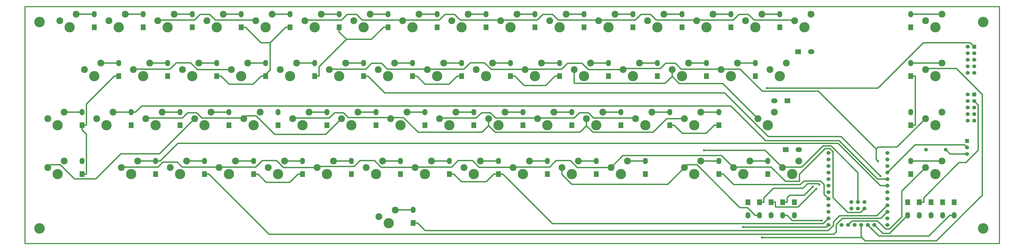
<source format=gtl>
G04 (created by PCBNEW-RS274X (2012-01-19 BZR 3256)-stable) date 07/10/2012 23:19:39*
G01*
G70*
G90*
%MOIN*%
G04 Gerber Fmt 3.4, Leading zero omitted, Abs format*
%FSLAX34Y34*%
G04 APERTURE LIST*
%ADD10C,0.006000*%
%ADD11C,0.015000*%
%ADD12C,0.060000*%
%ADD13C,0.055000*%
%ADD14R,0.060000X0.060000*%
%ADD15O,0.075000X0.095000*%
%ADD16R,0.075000X0.085000*%
%ADD17O,0.095000X0.075000*%
%ADD18R,0.085000X0.075000*%
%ADD19C,0.160000*%
%ADD20C,0.105000*%
%ADD21C,0.157000*%
%ADD22C,0.035000*%
%ADD23C,0.019800*%
G04 APERTURE END LIST*
G54D10*
G54D11*
X07874Y-22047D02*
X07874Y-58268D01*
X156693Y-22047D02*
X07874Y-22047D01*
X156693Y-58268D02*
X156693Y-22047D01*
X07874Y-58268D02*
X156693Y-58268D01*
G54D12*
X134118Y-51921D03*
X134118Y-52921D03*
X135118Y-51921D03*
X135118Y-52921D03*
X136118Y-51921D03*
X136118Y-52921D03*
X133618Y-55421D03*
X134618Y-55421D03*
X132618Y-55421D03*
X135618Y-55421D03*
X136618Y-55421D03*
X137618Y-55421D03*
X130618Y-55421D03*
X139618Y-55421D03*
X130618Y-54421D03*
X130618Y-53421D03*
X130618Y-52421D03*
X130618Y-51421D03*
X130618Y-50421D03*
X130618Y-49421D03*
X130618Y-48421D03*
X130618Y-47421D03*
X130618Y-46421D03*
X130618Y-45421D03*
X130618Y-44421D03*
X139618Y-54421D03*
X139618Y-53421D03*
X139618Y-52421D03*
X139618Y-51421D03*
X139618Y-50421D03*
X139618Y-49421D03*
X139618Y-48421D03*
X139618Y-47421D03*
X139618Y-46421D03*
X139618Y-45421D03*
X139618Y-44421D03*
G54D13*
X148508Y-43917D03*
X145508Y-43917D03*
G54D14*
X152862Y-28177D03*
G54D12*
X151862Y-28177D03*
X152862Y-29177D03*
X151862Y-29177D03*
X152862Y-30177D03*
X151862Y-30177D03*
X152862Y-31177D03*
X151862Y-31177D03*
X152862Y-32177D03*
X151862Y-32177D03*
G54D14*
X152862Y-35500D03*
G54D12*
X151862Y-35500D03*
X152862Y-36500D03*
X151862Y-36500D03*
X152862Y-37500D03*
X151862Y-37500D03*
X152862Y-38500D03*
X151862Y-38500D03*
X152862Y-39500D03*
X151862Y-39500D03*
G54D14*
X151772Y-42602D03*
G54D12*
X151772Y-43602D03*
X151772Y-44602D03*
G54D15*
X25945Y-23213D03*
G54D16*
X25945Y-25213D03*
G54D15*
X27835Y-45654D03*
G54D16*
X27835Y-47654D03*
G54D15*
X31575Y-38173D03*
G54D16*
X31575Y-40173D03*
G54D15*
X46535Y-38173D03*
G54D16*
X46535Y-40173D03*
G54D15*
X61496Y-38173D03*
G54D16*
X61496Y-40173D03*
G54D15*
X76457Y-38173D03*
G54D16*
X76457Y-40173D03*
G54D15*
X91417Y-38173D03*
G54D16*
X91417Y-40173D03*
G54D15*
X106378Y-38173D03*
G54D16*
X106378Y-40173D03*
G54D17*
X126079Y-43917D03*
G54D18*
X124079Y-43917D03*
G54D15*
X16614Y-38173D03*
G54D16*
X16614Y-40173D03*
G54D15*
X22205Y-30693D03*
G54D16*
X22205Y-32693D03*
G54D15*
X42795Y-45654D03*
G54D16*
X42795Y-47654D03*
G54D15*
X57756Y-45654D03*
G54D16*
X57756Y-47654D03*
G54D15*
X72717Y-45654D03*
G54D16*
X72717Y-47654D03*
G54D15*
X87677Y-45654D03*
G54D16*
X87677Y-47654D03*
G54D15*
X102638Y-45654D03*
G54D16*
X102638Y-47654D03*
G54D15*
X121339Y-45654D03*
G54D16*
X121339Y-47654D03*
G54D15*
X67165Y-53134D03*
G54D16*
X67165Y-55134D03*
G54D15*
X118307Y-53953D03*
G54D16*
X118307Y-51953D03*
G54D17*
X122327Y-36437D03*
G54D18*
X124327Y-36437D03*
G54D15*
X111969Y-30693D03*
G54D16*
X111969Y-32693D03*
G54D15*
X97008Y-30693D03*
G54D16*
X97008Y-32693D03*
G54D15*
X82047Y-30693D03*
G54D16*
X82047Y-32693D03*
G54D15*
X67087Y-30693D03*
G54D16*
X67087Y-32693D03*
G54D15*
X52126Y-30693D03*
G54D16*
X52126Y-32693D03*
G54D15*
X37165Y-30693D03*
G54D16*
X37165Y-32693D03*
G54D15*
X18465Y-23213D03*
G54D16*
X18465Y-25213D03*
G54D17*
X127969Y-28937D03*
G54D18*
X125969Y-28937D03*
G54D15*
X115709Y-23213D03*
G54D16*
X115709Y-25213D03*
G54D15*
X100748Y-23213D03*
G54D16*
X100748Y-25213D03*
G54D15*
X85787Y-23213D03*
G54D16*
X85787Y-25213D03*
G54D15*
X70827Y-23213D03*
G54D16*
X70827Y-25213D03*
G54D15*
X55866Y-23213D03*
G54D16*
X55866Y-25213D03*
G54D15*
X40906Y-23213D03*
G54D16*
X40906Y-25213D03*
G54D15*
X35315Y-45654D03*
G54D16*
X35315Y-47654D03*
G54D15*
X24094Y-38173D03*
G54D16*
X24094Y-40173D03*
G54D15*
X143189Y-45654D03*
G54D16*
X143189Y-47654D03*
G54D15*
X123189Y-23213D03*
G54D16*
X123189Y-25213D03*
G54D15*
X108228Y-23213D03*
G54D16*
X108228Y-25213D03*
G54D15*
X93268Y-23213D03*
G54D16*
X93268Y-25213D03*
G54D15*
X78307Y-23213D03*
G54D16*
X78307Y-25213D03*
G54D15*
X63346Y-23213D03*
G54D16*
X63346Y-25213D03*
G54D15*
X48386Y-23213D03*
G54D16*
X48386Y-25213D03*
G54D15*
X33425Y-23213D03*
G54D16*
X33425Y-25213D03*
G54D15*
X143189Y-38173D03*
G54D16*
X143189Y-40173D03*
G54D15*
X119449Y-30693D03*
G54D16*
X119449Y-32693D03*
G54D15*
X104488Y-30693D03*
G54D16*
X104488Y-32693D03*
G54D15*
X89528Y-30693D03*
G54D16*
X89528Y-32693D03*
G54D15*
X74567Y-30693D03*
G54D16*
X74567Y-32693D03*
G54D15*
X59606Y-30693D03*
G54D16*
X59606Y-32693D03*
G54D15*
X44646Y-30693D03*
G54D16*
X44646Y-32693D03*
G54D15*
X50276Y-45654D03*
G54D16*
X50276Y-47654D03*
G54D15*
X65236Y-45654D03*
G54D16*
X65236Y-47654D03*
G54D15*
X80197Y-45654D03*
G54D16*
X80197Y-47654D03*
G54D15*
X95157Y-45654D03*
G54D16*
X95157Y-47654D03*
G54D15*
X113858Y-45654D03*
G54D16*
X113858Y-47654D03*
G54D15*
X143189Y-23213D03*
G54D16*
X143189Y-25213D03*
G54D15*
X16594Y-45654D03*
G54D16*
X16594Y-47654D03*
G54D15*
X39055Y-38173D03*
G54D16*
X39055Y-40173D03*
G54D15*
X54016Y-38173D03*
G54D16*
X54016Y-40173D03*
G54D15*
X68976Y-38173D03*
G54D16*
X68976Y-40173D03*
G54D15*
X83937Y-38173D03*
G54D16*
X83937Y-40173D03*
G54D15*
X98898Y-38173D03*
G54D16*
X98898Y-40173D03*
G54D15*
X113858Y-38173D03*
G54D16*
X113858Y-40173D03*
G54D15*
X143189Y-30693D03*
G54D16*
X143189Y-32693D03*
G54D15*
X29685Y-30693D03*
G54D16*
X29685Y-32693D03*
G54D19*
X10118Y-24417D03*
X10118Y-55937D03*
X154232Y-55937D03*
X154232Y-24417D03*
G54D15*
X125394Y-53953D03*
G54D16*
X125394Y-51953D03*
G54D15*
X142717Y-53953D03*
G54D16*
X142717Y-51953D03*
G54D15*
X144488Y-53953D03*
G54D16*
X144488Y-51953D03*
G54D15*
X123622Y-53953D03*
G54D16*
X123622Y-51953D03*
G54D15*
X121850Y-53953D03*
G54D16*
X121850Y-51953D03*
G54D15*
X120079Y-53953D03*
G54D16*
X120079Y-51953D03*
G54D15*
X146260Y-53953D03*
G54D16*
X146260Y-51953D03*
G54D15*
X148031Y-53953D03*
G54D16*
X148031Y-51953D03*
G54D15*
X149803Y-53953D03*
G54D16*
X149803Y-51953D03*
G54D20*
X23205Y-23217D03*
X20705Y-24217D03*
G54D21*
X22205Y-25217D03*
G54D20*
X38165Y-23217D03*
X35665Y-24217D03*
G54D21*
X37165Y-25217D03*
G54D20*
X53126Y-23217D03*
X50626Y-24217D03*
G54D21*
X52126Y-25217D03*
G54D20*
X68087Y-23217D03*
X65587Y-24217D03*
G54D21*
X67087Y-25217D03*
G54D20*
X83047Y-23217D03*
X80547Y-24217D03*
G54D21*
X82047Y-25217D03*
G54D20*
X98008Y-23217D03*
X95508Y-24217D03*
G54D21*
X97008Y-25217D03*
G54D20*
X112969Y-23217D03*
X110469Y-24217D03*
G54D21*
X111969Y-25217D03*
G54D20*
X127929Y-23217D03*
X125429Y-24217D03*
G54D21*
X126929Y-25217D03*
G54D20*
X15724Y-23217D03*
X13224Y-24217D03*
G54D21*
X14724Y-25217D03*
G54D20*
X34425Y-30697D03*
X31925Y-31697D03*
G54D21*
X33425Y-32697D03*
G54D20*
X49386Y-30697D03*
X46886Y-31697D03*
G54D21*
X48386Y-32697D03*
G54D20*
X64346Y-30697D03*
X61846Y-31697D03*
G54D21*
X63346Y-32697D03*
G54D20*
X79307Y-30697D03*
X76807Y-31697D03*
G54D21*
X78307Y-32697D03*
G54D20*
X94268Y-30697D03*
X91768Y-31697D03*
G54D21*
X93268Y-32697D03*
G54D20*
X109228Y-30697D03*
X106728Y-31697D03*
G54D21*
X108228Y-32697D03*
G54D20*
X122339Y-38177D03*
X119839Y-39177D03*
G54D21*
X121339Y-40177D03*
G54D20*
X19465Y-30697D03*
X16965Y-31697D03*
G54D21*
X18465Y-32697D03*
G54D20*
X28835Y-38177D03*
X26335Y-39177D03*
G54D21*
X27835Y-40177D03*
G54D20*
X43795Y-38177D03*
X41295Y-39177D03*
G54D21*
X42795Y-40177D03*
G54D20*
X58756Y-38177D03*
X56256Y-39177D03*
G54D21*
X57756Y-40177D03*
G54D20*
X73717Y-38177D03*
X71217Y-39177D03*
G54D21*
X72717Y-40177D03*
G54D20*
X88677Y-38177D03*
X86177Y-39177D03*
G54D21*
X87677Y-40177D03*
G54D20*
X103638Y-38177D03*
X101138Y-39177D03*
G54D21*
X102638Y-40177D03*
G54D20*
X126079Y-45657D03*
X123579Y-46657D03*
G54D21*
X125079Y-47657D03*
G54D20*
X13874Y-38177D03*
X11374Y-39177D03*
G54D21*
X12874Y-40177D03*
G54D20*
X25094Y-45657D03*
X22594Y-46657D03*
G54D21*
X24094Y-47657D03*
G54D20*
X40055Y-45657D03*
X37555Y-46657D03*
G54D21*
X39055Y-47657D03*
G54D20*
X55016Y-45657D03*
X52516Y-46657D03*
G54D21*
X54016Y-47657D03*
G54D20*
X69976Y-45657D03*
X67476Y-46657D03*
G54D21*
X68976Y-47657D03*
G54D20*
X84937Y-45657D03*
X82437Y-46657D03*
G54D21*
X83937Y-47657D03*
G54D20*
X99897Y-45657D03*
X97397Y-46657D03*
G54D21*
X98897Y-47657D03*
G54D20*
X118598Y-45657D03*
X116098Y-46657D03*
G54D21*
X117598Y-47657D03*
G54D20*
X64425Y-53138D03*
X61925Y-54138D03*
G54D21*
X63425Y-55138D03*
G54D20*
X32575Y-45657D03*
X30075Y-46657D03*
G54D21*
X31575Y-47657D03*
G54D20*
X47535Y-45657D03*
X45035Y-46657D03*
G54D21*
X46535Y-47657D03*
G54D20*
X62496Y-45657D03*
X59996Y-46657D03*
G54D21*
X61496Y-47657D03*
G54D20*
X77457Y-45657D03*
X74957Y-46657D03*
G54D21*
X76457Y-47657D03*
G54D20*
X92417Y-45657D03*
X89917Y-46657D03*
G54D21*
X91417Y-47657D03*
G54D20*
X111118Y-45657D03*
X108618Y-46657D03*
G54D21*
X110118Y-47657D03*
G54D20*
X147929Y-23217D03*
X145429Y-24217D03*
G54D21*
X146929Y-25217D03*
G54D20*
X13874Y-45657D03*
X11374Y-46657D03*
G54D21*
X12874Y-47657D03*
G54D20*
X36315Y-38177D03*
X33815Y-39177D03*
G54D21*
X35315Y-40177D03*
G54D20*
X51276Y-38177D03*
X48776Y-39177D03*
G54D21*
X50276Y-40177D03*
G54D20*
X66236Y-38177D03*
X63736Y-39177D03*
G54D21*
X65236Y-40177D03*
G54D20*
X81197Y-38177D03*
X78697Y-39177D03*
G54D21*
X80197Y-40177D03*
G54D20*
X96157Y-38177D03*
X93657Y-39177D03*
G54D21*
X95157Y-40177D03*
G54D20*
X111118Y-38177D03*
X108618Y-39177D03*
G54D21*
X110118Y-40177D03*
G54D20*
X147929Y-30697D03*
X145429Y-31697D03*
G54D21*
X146929Y-32697D03*
G54D20*
X26945Y-30697D03*
X24445Y-31697D03*
G54D21*
X25945Y-32697D03*
G54D20*
X41906Y-30697D03*
X39406Y-31697D03*
G54D21*
X40906Y-32697D03*
G54D20*
X56866Y-30697D03*
X54366Y-31697D03*
G54D21*
X55866Y-32697D03*
G54D20*
X71827Y-30697D03*
X69327Y-31697D03*
G54D21*
X70827Y-32697D03*
G54D20*
X86787Y-30697D03*
X84287Y-31697D03*
G54D21*
X85787Y-32697D03*
G54D20*
X101748Y-30697D03*
X99248Y-31697D03*
G54D21*
X100748Y-32697D03*
G54D20*
X116709Y-30697D03*
X114209Y-31697D03*
G54D21*
X115709Y-32697D03*
G54D20*
X147929Y-38177D03*
X145429Y-39177D03*
G54D21*
X146929Y-40177D03*
G54D20*
X30685Y-23217D03*
X28185Y-24217D03*
G54D21*
X29685Y-25217D03*
G54D20*
X45646Y-23217D03*
X43146Y-24217D03*
G54D21*
X44646Y-25217D03*
G54D20*
X60606Y-23217D03*
X58106Y-24217D03*
G54D21*
X59606Y-25217D03*
G54D20*
X75567Y-23217D03*
X73067Y-24217D03*
G54D21*
X74567Y-25217D03*
G54D20*
X90528Y-23217D03*
X88028Y-24217D03*
G54D21*
X89528Y-25217D03*
G54D20*
X105488Y-23217D03*
X102988Y-24217D03*
G54D21*
X104488Y-25217D03*
G54D20*
X120449Y-23217D03*
X117949Y-24217D03*
G54D21*
X119449Y-25217D03*
G54D20*
X147929Y-45657D03*
X145429Y-46657D03*
G54D21*
X146929Y-47657D03*
G54D20*
X21354Y-38177D03*
X18854Y-39177D03*
G54D21*
X20354Y-40177D03*
G54D20*
X124189Y-30697D03*
X121689Y-31697D03*
G54D21*
X123189Y-32697D03*
G54D22*
X129564Y-54741D03*
X111609Y-44009D03*
X120479Y-57361D03*
X138186Y-45698D03*
X138552Y-47943D03*
X117591Y-55759D03*
X121193Y-34521D03*
X128219Y-49576D03*
X128742Y-49905D03*
X129218Y-49261D03*
G54D23*
X65671Y-24133D02*
X65587Y-24217D01*
X71187Y-24133D02*
X65671Y-24133D01*
X72055Y-23265D02*
X71187Y-24133D01*
X110553Y-24133D02*
X110469Y-24217D01*
X110385Y-24133D02*
X104298Y-24133D01*
X110469Y-24217D02*
X110385Y-24133D01*
X101976Y-23265D02*
X101108Y-24133D01*
X104298Y-24133D02*
X103430Y-23265D01*
X103430Y-23265D02*
X101976Y-23265D01*
X95592Y-24133D02*
X95508Y-24217D01*
X101108Y-24133D02*
X95592Y-24133D01*
X125429Y-24217D02*
X125345Y-24133D01*
X125345Y-24133D02*
X119259Y-24133D01*
X119259Y-24133D02*
X118391Y-23265D01*
X118391Y-23265D02*
X116937Y-23265D01*
X116937Y-23265D02*
X116069Y-24133D01*
X116069Y-24133D02*
X110553Y-24133D01*
X88469Y-23265D02*
X87015Y-23265D01*
X89337Y-24133D02*
X88469Y-23265D01*
X95424Y-24133D02*
X89337Y-24133D01*
X95508Y-24217D02*
X95424Y-24133D01*
X139942Y-56728D02*
X142717Y-53953D01*
X138925Y-56728D02*
X139942Y-56728D01*
X137618Y-55421D02*
X138925Y-56728D01*
X74377Y-24133D02*
X73509Y-23265D01*
X80463Y-24133D02*
X74377Y-24133D01*
X80547Y-24217D02*
X80463Y-24133D01*
X50710Y-24133D02*
X50626Y-24217D01*
X56226Y-24133D02*
X50710Y-24133D01*
X57094Y-23265D02*
X56226Y-24133D01*
X58550Y-23265D02*
X57094Y-23265D01*
X59418Y-24133D02*
X58550Y-23265D01*
X65503Y-24133D02*
X59418Y-24133D01*
X65587Y-24217D02*
X65503Y-24133D01*
X80631Y-24133D02*
X80547Y-24217D01*
X73509Y-23265D02*
X72055Y-23265D01*
X86147Y-24133D02*
X80631Y-24133D01*
X87015Y-23265D02*
X86147Y-24133D01*
X124295Y-53953D02*
X125083Y-54741D01*
X91800Y-33781D02*
X105681Y-33781D01*
X114490Y-33828D02*
X107822Y-33828D01*
X91768Y-31697D02*
X91768Y-33749D01*
X119839Y-39177D02*
X114490Y-33828D01*
X123622Y-53953D02*
X124295Y-53953D01*
X91768Y-33749D02*
X91800Y-33781D01*
X107822Y-33828D02*
X106728Y-32734D01*
X106728Y-32734D02*
X106728Y-31697D01*
X105681Y-33781D02*
X106728Y-32734D01*
X125083Y-54741D02*
X129564Y-54741D01*
X41720Y-38752D02*
X41295Y-39177D01*
X46055Y-41602D02*
X43205Y-38752D01*
X135118Y-47453D02*
X135118Y-51921D01*
X53831Y-41602D02*
X46055Y-41602D01*
X34905Y-39093D02*
X34092Y-38280D01*
X41295Y-39177D02*
X41211Y-39093D01*
X79787Y-39093D02*
X78974Y-38280D01*
X31935Y-39093D02*
X26419Y-39093D01*
X86177Y-39177D02*
X86093Y-39093D01*
X126550Y-46573D02*
X129761Y-43362D01*
X123579Y-46657D02*
X120931Y-44009D01*
X120931Y-44009D02*
X111609Y-44009D01*
X123579Y-46657D02*
X123663Y-46573D01*
X123663Y-46573D02*
X126550Y-46573D01*
X78974Y-38280D02*
X77630Y-38280D01*
X131027Y-43362D02*
X135118Y-47453D01*
X26419Y-39093D02*
X26335Y-39177D01*
X129761Y-43362D02*
X131027Y-43362D01*
X32748Y-38280D02*
X31935Y-39093D01*
X34092Y-38280D02*
X32748Y-38280D01*
X86093Y-39093D02*
X79787Y-39093D01*
X41211Y-39093D02*
X34905Y-39093D01*
X43205Y-38752D02*
X41720Y-38752D01*
X56256Y-39177D02*
X53831Y-41602D01*
X86261Y-39093D02*
X86177Y-39177D01*
X91777Y-39093D02*
X86261Y-39093D01*
X92590Y-38280D02*
X91777Y-39093D01*
X93934Y-38280D02*
X92590Y-38280D01*
X94747Y-39093D02*
X93934Y-38280D01*
X101054Y-39093D02*
X94747Y-39093D01*
X101138Y-39177D02*
X101054Y-39093D01*
X71301Y-39093D02*
X71217Y-39177D01*
X76817Y-39093D02*
X71301Y-39093D01*
X77630Y-38280D02*
X76817Y-39093D01*
X126164Y-47699D02*
X126164Y-48737D01*
X126164Y-48737D02*
X126143Y-48758D01*
X126143Y-48758D02*
X124035Y-48758D01*
X124035Y-48758D02*
X121850Y-46573D01*
X121850Y-46573D02*
X116182Y-46573D01*
X116182Y-46573D02*
X116098Y-46657D01*
X67518Y-46573D02*
X67476Y-46615D01*
X67476Y-46615D02*
X62289Y-46615D01*
X62289Y-46615D02*
X61273Y-45599D01*
X61273Y-45599D02*
X59091Y-45599D01*
X59091Y-45599D02*
X58209Y-46481D01*
X58209Y-46481D02*
X52692Y-46481D01*
X73078Y-46573D02*
X67518Y-46573D01*
X131315Y-44241D02*
X130834Y-43760D01*
X130834Y-43760D02*
X130103Y-43760D01*
X52692Y-46481D02*
X52516Y-46657D01*
X130103Y-43760D02*
X126164Y-47699D01*
X114274Y-44833D02*
X99221Y-44833D01*
X116098Y-46657D02*
X114274Y-44833D01*
X67476Y-46615D02*
X67476Y-46657D01*
X74052Y-45599D02*
X73078Y-46573D01*
X133576Y-53520D02*
X131315Y-51259D01*
X31158Y-45833D02*
X28936Y-45833D01*
X28936Y-45833D02*
X28196Y-46573D01*
X28196Y-46573D02*
X22678Y-46573D01*
X22678Y-46573D02*
X22594Y-46657D01*
X52516Y-46657D02*
X47370Y-46657D01*
X47370Y-46657D02*
X46312Y-45599D01*
X82437Y-46615D02*
X82437Y-46657D01*
X44130Y-45599D02*
X43156Y-46573D01*
X135519Y-53520D02*
X133576Y-53520D01*
X37639Y-46573D02*
X37555Y-46657D01*
X46312Y-45599D02*
X44130Y-45599D01*
X131315Y-51259D02*
X131315Y-44241D01*
X136118Y-52921D02*
X135519Y-53520D01*
X82437Y-46615D02*
X77250Y-46615D01*
X31898Y-46573D02*
X31158Y-45833D01*
X43156Y-46573D02*
X37639Y-46573D01*
X77250Y-46615D02*
X76234Y-45599D01*
X76234Y-45599D02*
X74052Y-45599D01*
X82479Y-46573D02*
X82437Y-46615D01*
X37555Y-46657D02*
X37471Y-46573D01*
X37471Y-46573D02*
X31898Y-46573D01*
X99221Y-44833D02*
X97397Y-46657D01*
X97397Y-46657D02*
X92252Y-46657D01*
X92252Y-46657D02*
X91194Y-45599D01*
X91194Y-45599D02*
X89012Y-45599D01*
X89012Y-45599D02*
X88038Y-46573D01*
X88038Y-46573D02*
X82479Y-46573D01*
X120079Y-53953D02*
X119406Y-53953D01*
X89917Y-47726D02*
X89917Y-46657D01*
X91396Y-49205D02*
X89917Y-47726D01*
X106070Y-49205D02*
X91396Y-49205D01*
X108618Y-46657D02*
X106070Y-49205D01*
X119406Y-53953D02*
X118239Y-52786D01*
X118239Y-52786D02*
X117082Y-52786D01*
X117082Y-52786D02*
X110528Y-46232D01*
X110528Y-46232D02*
X109043Y-46232D01*
X109043Y-46232D02*
X108618Y-46657D01*
X145957Y-57126D02*
X149130Y-53953D01*
X138323Y-57126D02*
X145957Y-57126D01*
X136618Y-55421D02*
X138323Y-57126D01*
X149803Y-53953D02*
X149130Y-53953D01*
X63736Y-39177D02*
X63736Y-39011D01*
X105919Y-39177D02*
X103835Y-41261D01*
X77693Y-41264D02*
X67925Y-41264D01*
X28435Y-44557D02*
X22525Y-44557D01*
X63736Y-39011D02*
X57264Y-39011D01*
X92680Y-41261D02*
X79698Y-41261D01*
X48860Y-39093D02*
X48776Y-39177D01*
X22525Y-44557D02*
X18704Y-48378D01*
X135507Y-57361D02*
X120479Y-57361D01*
X33815Y-39177D02*
X28435Y-44557D01*
X154094Y-35482D02*
X150133Y-31521D01*
X65672Y-39011D02*
X63736Y-39011D01*
X18704Y-48378D02*
X15430Y-48378D01*
X135618Y-55421D02*
X135618Y-57250D01*
X55189Y-38280D02*
X54376Y-39093D01*
X93657Y-40284D02*
X92680Y-41261D01*
X13284Y-46232D02*
X11799Y-46232D01*
X150133Y-31521D02*
X145605Y-31521D01*
X56533Y-38280D02*
X55189Y-38280D01*
X136224Y-57856D02*
X147108Y-57856D01*
X145605Y-31521D02*
X145429Y-31697D01*
X94634Y-41261D02*
X93657Y-40284D01*
X15430Y-48378D02*
X13284Y-46232D01*
X103835Y-41261D02*
X94634Y-41261D01*
X147108Y-57856D02*
X154094Y-50870D01*
X108618Y-39177D02*
X105919Y-39177D01*
X57264Y-39011D02*
X56533Y-38280D01*
X93657Y-40284D02*
X93657Y-39177D01*
X135618Y-57250D02*
X135507Y-57361D01*
X67925Y-41264D02*
X65672Y-39011D01*
X11799Y-46232D02*
X11374Y-46657D01*
X135618Y-57250D02*
X136224Y-57856D01*
X78697Y-40260D02*
X77693Y-41264D01*
X79698Y-41261D02*
X78697Y-40260D01*
X54376Y-39093D02*
X48860Y-39093D01*
X78697Y-40260D02*
X78697Y-39177D01*
X154094Y-50870D02*
X154094Y-35482D01*
X75901Y-30639D02*
X74931Y-31609D01*
X78084Y-30639D02*
X75901Y-30639D01*
X79100Y-31655D02*
X78084Y-30639D01*
X84287Y-31655D02*
X79100Y-31655D01*
X108114Y-31609D02*
X107230Y-30725D01*
X99424Y-31521D02*
X99248Y-31697D01*
X104940Y-31521D02*
X99424Y-31521D01*
X105736Y-30725D02*
X104940Y-31521D01*
X107230Y-30725D02*
X105736Y-30725D01*
X63232Y-31609D02*
X62348Y-30725D01*
X74931Y-31609D02*
X69327Y-31609D01*
X137919Y-45431D02*
X138186Y-45698D01*
X137919Y-43835D02*
X137919Y-45431D01*
X114209Y-31609D02*
X108114Y-31609D01*
X141078Y-43528D02*
X145429Y-39177D01*
X138226Y-43528D02*
X141078Y-43528D01*
X137919Y-43835D02*
X138226Y-43528D01*
X129078Y-34994D02*
X137919Y-43835D01*
X120495Y-34994D02*
X129078Y-34994D01*
X117110Y-31609D02*
X120495Y-34994D01*
X114209Y-31609D02*
X117110Y-31609D01*
X84287Y-31697D02*
X84287Y-31655D01*
X69327Y-31609D02*
X63232Y-31609D01*
X69327Y-31609D02*
X69327Y-31697D01*
X54450Y-31613D02*
X54366Y-31697D01*
X59966Y-31613D02*
X54450Y-31613D01*
X60854Y-30725D02*
X59966Y-31613D01*
X62348Y-30725D02*
X60854Y-30725D01*
X114209Y-31609D02*
X114209Y-31697D01*
X92981Y-30726D02*
X90775Y-30726D01*
X93952Y-31697D02*
X92981Y-30726D01*
X99248Y-31697D02*
X93952Y-31697D01*
X24529Y-31613D02*
X24445Y-31697D01*
X30045Y-31613D02*
X24529Y-31613D01*
X31013Y-30645D02*
X30045Y-31613D01*
X33184Y-30645D02*
X31013Y-30645D01*
X34236Y-31697D02*
X33184Y-30645D01*
X39406Y-31697D02*
X34236Y-31697D01*
X84329Y-31613D02*
X84287Y-31655D01*
X89888Y-31613D02*
X84329Y-31613D01*
X90775Y-30726D02*
X89888Y-31613D01*
X139941Y-56056D02*
X141824Y-54173D01*
X139349Y-56056D02*
X139941Y-56056D01*
X141824Y-54173D02*
X141824Y-50262D01*
X134219Y-54820D02*
X138113Y-54820D01*
X133618Y-55421D02*
X134219Y-54820D01*
X138113Y-54820D02*
X139349Y-56056D01*
X141824Y-50262D02*
X145429Y-46657D01*
X33785Y-24133D02*
X28269Y-24133D01*
X43146Y-24217D02*
X43062Y-24133D01*
X43062Y-24133D02*
X36975Y-24133D01*
X36975Y-24133D02*
X36107Y-23265D01*
X36107Y-23265D02*
X34653Y-23265D01*
X34653Y-23265D02*
X33785Y-24133D01*
X28269Y-24133D02*
X28185Y-24217D01*
X131364Y-54962D02*
X131364Y-55523D01*
X67165Y-55134D02*
X67838Y-55134D01*
X16594Y-47654D02*
X17267Y-47654D01*
X16614Y-40173D02*
X16614Y-40896D01*
X17287Y-36938D02*
X17287Y-40173D01*
X21532Y-32693D02*
X17287Y-36938D01*
X130587Y-56300D02*
X69004Y-56300D01*
X17267Y-47654D02*
X17267Y-41549D01*
X138017Y-54022D02*
X132304Y-54022D01*
X16614Y-40173D02*
X17287Y-40173D01*
X139618Y-52421D02*
X138017Y-54022D01*
X17267Y-41549D02*
X16614Y-40896D01*
X22205Y-32693D02*
X21532Y-32693D01*
X69004Y-56300D02*
X67838Y-55134D01*
X131364Y-55523D02*
X130587Y-56300D01*
X132304Y-54022D02*
X131364Y-54962D01*
X47713Y-25213D02*
X45345Y-27581D01*
X35315Y-47654D02*
X35988Y-47654D01*
X43947Y-27581D02*
X41579Y-25213D01*
X45345Y-27581D02*
X43947Y-27581D01*
X131450Y-56854D02*
X45188Y-56854D01*
X131806Y-56498D02*
X131450Y-56854D01*
X45188Y-56854D02*
X35988Y-47654D01*
X131806Y-55361D02*
X131806Y-56498D01*
X45345Y-31757D02*
X45345Y-27581D01*
X132744Y-54423D02*
X131806Y-55361D01*
X138616Y-54423D02*
X132744Y-54423D01*
X139618Y-53421D02*
X138616Y-54423D01*
X40906Y-25213D02*
X41579Y-25213D01*
X44409Y-32693D02*
X45345Y-31757D01*
X48386Y-25213D02*
X47713Y-25213D01*
X42736Y-33930D02*
X43973Y-32693D01*
X39075Y-33930D02*
X42736Y-33930D01*
X37838Y-32693D02*
X39075Y-33930D01*
X37165Y-32693D02*
X37838Y-32693D01*
X44646Y-32693D02*
X44409Y-32693D01*
X44409Y-32693D02*
X43973Y-32693D01*
X60818Y-27068D02*
X62673Y-25213D01*
X52799Y-32693D02*
X52799Y-31267D01*
X52799Y-31267D02*
X56998Y-27068D01*
X55866Y-25213D02*
X55866Y-25936D01*
X132531Y-41922D02*
X121415Y-41922D01*
X138552Y-47943D02*
X132531Y-41922D01*
X62845Y-35259D02*
X60279Y-32693D01*
X114752Y-35259D02*
X62845Y-35259D01*
X56998Y-27068D02*
X60818Y-27068D01*
X121415Y-41922D02*
X114752Y-35259D01*
X59606Y-32693D02*
X60279Y-32693D01*
X56998Y-27068D02*
X55866Y-25936D01*
X63346Y-25213D02*
X62673Y-25213D01*
X44721Y-48907D02*
X43468Y-47654D01*
X48350Y-48907D02*
X44721Y-48907D01*
X52126Y-32693D02*
X52799Y-32693D01*
X42795Y-47654D02*
X43468Y-47654D01*
X50276Y-47654D02*
X49603Y-47654D01*
X49603Y-47654D02*
X48350Y-48907D01*
X68975Y-33908D02*
X72679Y-33908D01*
X67760Y-32693D02*
X68975Y-33908D01*
X67087Y-32693D02*
X67760Y-32693D01*
X74567Y-32693D02*
X73894Y-32693D01*
X72679Y-33908D02*
X73894Y-32693D01*
X79861Y-47654D02*
X79524Y-47654D01*
X80197Y-47654D02*
X80870Y-47654D01*
X79861Y-47654D02*
X80197Y-47654D01*
X82720Y-32693D02*
X84133Y-34106D01*
X129820Y-55219D02*
X88435Y-55219D01*
X88435Y-55219D02*
X80870Y-47654D01*
X130618Y-54421D02*
X129820Y-55219D01*
X89528Y-32693D02*
X88855Y-32693D01*
X84133Y-34106D02*
X87442Y-34106D01*
X82047Y-32693D02*
X82720Y-32693D01*
X87442Y-34106D02*
X88855Y-32693D01*
X78349Y-48829D02*
X74565Y-48829D01*
X72717Y-47654D02*
X73390Y-47654D01*
X79524Y-47654D02*
X78349Y-48829D01*
X74565Y-48829D02*
X73390Y-47654D01*
X130618Y-55421D02*
X130280Y-55759D01*
X130280Y-55759D02*
X117591Y-55759D01*
X129957Y-49265D02*
X129398Y-48706D01*
X129957Y-50760D02*
X129957Y-49265D01*
X130618Y-51421D02*
X129957Y-50760D01*
X129398Y-48706D02*
X126877Y-48706D01*
X126877Y-48706D02*
X126314Y-49269D01*
X126314Y-49269D02*
X116146Y-49269D01*
X116146Y-49269D02*
X114531Y-47654D01*
X113858Y-47654D02*
X114531Y-47654D01*
X108291Y-41413D02*
X107051Y-40173D01*
X111945Y-41413D02*
X108291Y-41413D01*
X113185Y-40173D02*
X111945Y-41413D01*
X113858Y-40173D02*
X113185Y-40173D01*
X106378Y-40173D02*
X107051Y-40173D01*
X151371Y-43201D02*
X151772Y-43602D01*
X143838Y-43201D02*
X151371Y-43201D01*
X139618Y-47421D02*
X143838Y-43201D01*
X143862Y-32693D02*
X143862Y-40173D01*
X143189Y-32693D02*
X143862Y-32693D01*
X143189Y-40173D02*
X143862Y-40173D01*
X116713Y-30693D02*
X116709Y-30697D01*
X119449Y-30693D02*
X116713Y-30693D01*
X147925Y-23213D02*
X147929Y-23217D01*
X143189Y-23213D02*
X147925Y-23213D01*
X118601Y-45654D02*
X118598Y-45657D01*
X121339Y-45654D02*
X118601Y-45654D01*
X120453Y-23213D02*
X120449Y-23217D01*
X123189Y-23213D02*
X120453Y-23213D01*
X113858Y-38173D02*
X113185Y-38173D01*
X111122Y-38173D02*
X111118Y-38177D01*
X113185Y-38173D02*
X111122Y-38173D01*
X111121Y-45654D02*
X111118Y-45657D01*
X113858Y-45654D02*
X111121Y-45654D01*
X99900Y-45654D02*
X99897Y-45657D01*
X102638Y-45654D02*
X99900Y-45654D01*
X106378Y-38173D02*
X103642Y-38173D01*
X103642Y-38173D02*
X103638Y-38177D01*
X147925Y-30693D02*
X147929Y-30697D01*
X143189Y-30693D02*
X147925Y-30693D01*
X147926Y-45654D02*
X147929Y-45657D01*
X143189Y-45654D02*
X147926Y-45654D01*
X64429Y-53134D02*
X64425Y-53138D01*
X67165Y-53134D02*
X64429Y-53134D01*
X26949Y-30693D02*
X26945Y-30697D01*
X29685Y-30693D02*
X26949Y-30693D01*
X30689Y-23213D02*
X30685Y-23217D01*
X33425Y-23213D02*
X30689Y-23213D01*
X31575Y-38173D02*
X28839Y-38173D01*
X28839Y-38173D02*
X28835Y-38177D01*
X86791Y-30693D02*
X86787Y-30697D01*
X89528Y-30693D02*
X86791Y-30693D01*
X66240Y-38173D02*
X66236Y-38177D01*
X68976Y-38173D02*
X66240Y-38173D01*
X71831Y-30693D02*
X71827Y-30697D01*
X74567Y-30693D02*
X71831Y-30693D01*
X75571Y-23213D02*
X75567Y-23217D01*
X78307Y-23213D02*
X75571Y-23213D01*
X73721Y-38173D02*
X73717Y-38177D01*
X76457Y-38173D02*
X73721Y-38173D01*
X69979Y-45654D02*
X69976Y-45657D01*
X72717Y-45654D02*
X69979Y-45654D01*
X77460Y-45654D02*
X77457Y-45657D01*
X80197Y-45654D02*
X77460Y-45654D01*
X83937Y-38173D02*
X81201Y-38173D01*
X81201Y-38173D02*
X81197Y-38177D01*
X90532Y-23213D02*
X90528Y-23217D01*
X93268Y-23213D02*
X90532Y-23213D01*
X88681Y-38173D02*
X88677Y-38177D01*
X91417Y-38173D02*
X88681Y-38173D01*
X84940Y-45654D02*
X84937Y-45657D01*
X87677Y-45654D02*
X84940Y-45654D01*
X92420Y-45654D02*
X92417Y-45657D01*
X95157Y-45654D02*
X92420Y-45654D01*
X96161Y-38173D02*
X96157Y-38177D01*
X98898Y-38173D02*
X96161Y-38173D01*
X101752Y-30693D02*
X101748Y-30697D01*
X104488Y-30693D02*
X101752Y-30693D01*
X105492Y-23213D02*
X105488Y-23217D01*
X108228Y-23213D02*
X105492Y-23213D01*
X25097Y-45654D02*
X25094Y-45657D01*
X28552Y-45654D02*
X31242Y-42964D01*
X31242Y-42964D02*
X132088Y-42964D01*
X27835Y-45654D02*
X28552Y-45654D01*
X27835Y-45654D02*
X25097Y-45654D01*
X138545Y-49421D02*
X139618Y-49421D01*
X132088Y-42964D02*
X138545Y-49421D01*
X32578Y-45654D02*
X32575Y-45657D01*
X35315Y-45654D02*
X32578Y-45654D01*
X36319Y-38173D02*
X36315Y-38177D01*
X39055Y-38173D02*
X36319Y-38173D01*
X41910Y-30693D02*
X41906Y-30697D01*
X44646Y-30693D02*
X41910Y-30693D01*
X45650Y-23213D02*
X45646Y-23217D01*
X48386Y-23213D02*
X45650Y-23213D01*
X40058Y-45654D02*
X40055Y-45657D01*
X42795Y-45654D02*
X40058Y-45654D01*
X47538Y-45654D02*
X47535Y-45657D01*
X50276Y-45654D02*
X47538Y-45654D01*
X62499Y-45654D02*
X62496Y-45657D01*
X65236Y-45654D02*
X62499Y-45654D01*
X51280Y-38173D02*
X51276Y-38177D01*
X54016Y-38173D02*
X51280Y-38173D01*
X56870Y-30693D02*
X56866Y-30697D01*
X59606Y-30693D02*
X56870Y-30693D01*
X60610Y-23213D02*
X60606Y-23217D01*
X63346Y-23213D02*
X60610Y-23213D01*
X58760Y-38173D02*
X58756Y-38177D01*
X61496Y-38173D02*
X58760Y-38173D01*
X55019Y-45654D02*
X55016Y-45657D01*
X57756Y-45654D02*
X55019Y-45654D01*
X94272Y-30693D02*
X94268Y-30697D01*
X97008Y-30693D02*
X94272Y-30693D01*
X79311Y-30693D02*
X79307Y-30697D01*
X82047Y-30693D02*
X79311Y-30693D01*
X64350Y-30693D02*
X64346Y-30697D01*
X67087Y-30693D02*
X64350Y-30693D01*
X49390Y-30693D02*
X49386Y-30697D01*
X52126Y-30693D02*
X49390Y-30693D01*
X109232Y-30693D02*
X109228Y-30697D01*
X111969Y-30693D02*
X109232Y-30693D01*
X15728Y-23213D02*
X15724Y-23217D01*
X18465Y-23213D02*
X15728Y-23213D01*
X23209Y-23213D02*
X23205Y-23217D01*
X25945Y-23213D02*
X23209Y-23213D01*
X38169Y-23213D02*
X38165Y-23217D01*
X40906Y-23213D02*
X38169Y-23213D01*
X53130Y-23213D02*
X53126Y-23217D01*
X55866Y-23213D02*
X53130Y-23213D01*
X68091Y-23213D02*
X68087Y-23217D01*
X70827Y-23213D02*
X68091Y-23213D01*
X83051Y-23213D02*
X83047Y-23217D01*
X85787Y-23213D02*
X83051Y-23213D01*
X34429Y-30693D02*
X34425Y-30697D01*
X37165Y-30693D02*
X34429Y-30693D01*
X98012Y-23213D02*
X98008Y-23217D01*
X100748Y-23213D02*
X98012Y-23213D01*
X115709Y-23213D02*
X112973Y-23213D01*
X112973Y-23213D02*
X112969Y-23217D01*
X19469Y-30693D02*
X19465Y-30697D01*
X22205Y-30693D02*
X19469Y-30693D01*
X13878Y-38173D02*
X13874Y-38177D01*
X16614Y-38173D02*
X13878Y-38173D01*
X150555Y-45886D02*
X151610Y-45886D01*
X145161Y-51953D02*
X145161Y-51280D01*
X145161Y-51280D02*
X150555Y-45886D01*
X144488Y-51953D02*
X145161Y-51953D01*
X153468Y-44028D02*
X153468Y-37106D01*
X151610Y-45886D02*
X153468Y-44028D01*
X153468Y-37106D02*
X152862Y-36500D01*
X115702Y-37245D02*
X121024Y-42567D01*
X24767Y-38173D02*
X25695Y-37245D01*
X25695Y-37245D02*
X115702Y-37245D01*
X121024Y-42567D02*
X132252Y-42567D01*
X132252Y-42567D02*
X138106Y-48421D01*
X138106Y-48421D02*
X139618Y-48421D01*
X24094Y-38173D02*
X24767Y-38173D01*
X24094Y-38173D02*
X21358Y-38173D01*
X21358Y-38173D02*
X21354Y-38177D01*
X145112Y-27578D02*
X152263Y-27578D01*
X121193Y-34521D02*
X138169Y-34521D01*
X138169Y-34521D02*
X145112Y-27578D01*
X152263Y-27578D02*
X152862Y-28177D01*
X124703Y-50872D02*
X126923Y-50872D01*
X124295Y-51280D02*
X124703Y-50872D01*
X126923Y-50872D02*
X128219Y-49576D01*
X124295Y-51953D02*
X124295Y-51280D01*
X123622Y-51953D02*
X124295Y-51953D01*
X122574Y-52677D02*
X125970Y-52677D01*
X122523Y-52626D02*
X122574Y-52677D01*
X121850Y-51953D02*
X122523Y-51953D01*
X122523Y-51953D02*
X122523Y-52626D01*
X125970Y-52677D02*
X128742Y-49905D01*
X120079Y-51953D02*
X120752Y-51953D01*
X120752Y-51280D02*
X122197Y-49835D01*
X120752Y-51953D02*
X120752Y-51280D01*
X129060Y-49103D02*
X129218Y-49261D01*
X127452Y-49103D02*
X129060Y-49103D01*
X126720Y-49835D02*
X127452Y-49103D01*
X122197Y-49835D02*
X126720Y-49835D01*
X149193Y-44602D02*
X148508Y-43917D01*
X151772Y-44602D02*
X149193Y-44602D01*
M02*

</source>
